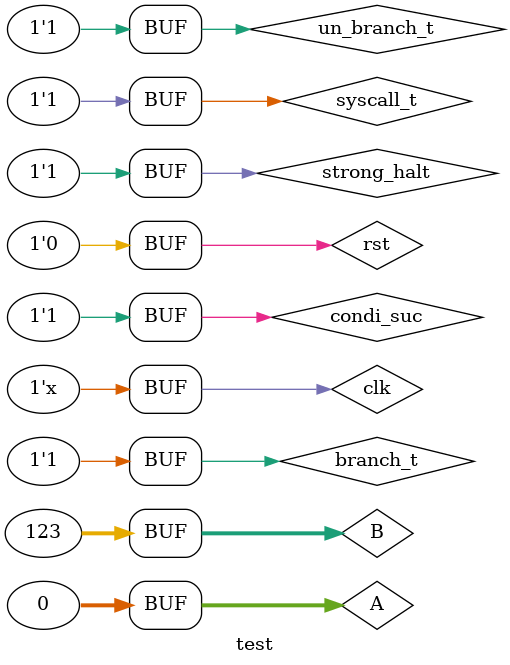
<source format=v>

`timescale 1ns / 1ps
module test(); 
    reg clk;
    reg [31:0] A;
    reg [31:0] B;
    reg rst = 1;
    reg syscall_t = 1;
    reg condi_suc = 1;
    reg un_branch_t = 1;
    reg branch_t = 1;
    reg strong_halt = 1;


wire [31:0]total_cycles;
wire [31:0]uncondi_num;
wire [31:0]condi_num;
wire [31:0]condi_suc_num;
wire [31:0]SyscallOut;
wire halt;
    initial
    begin
        
        clk = 0;
        A = 0;
          B <= 123;
          rst = 1;
       #10 rst <= 0;
     
    

    end
     
    	always #1 clk <= clk + 1;

   

    
statistic my_s( A, B, clk,rst,syscall_t,condi_suc,un_branch_t,branch_t,strong_halt,
 total_cycles, uncondi_num, condi_num, condi_suc_num, SyscallOut, halt);
    
    
endmodule
</source>
